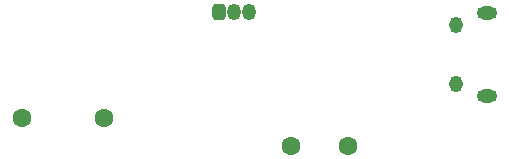
<source format=gbs>
%TF.GenerationSoftware,KiCad,Pcbnew,(6.0.1-0)*%
%TF.CreationDate,2022-02-08T21:01:33-05:00*%
%TF.ProjectId,usbAudio,75736241-7564-4696-9f2e-6b696361645f,rev?*%
%TF.SameCoordinates,Original*%
%TF.FileFunction,Soldermask,Bot*%
%TF.FilePolarity,Negative*%
%FSLAX46Y46*%
G04 Gerber Fmt 4.6, Leading zero omitted, Abs format (unit mm)*
G04 Created by KiCad (PCBNEW (6.0.1-0)) date 2022-02-08 21:01:33*
%MOMM*%
%LPD*%
G01*
G04 APERTURE LIST*
G04 Aperture macros list*
%AMRoundRect*
0 Rectangle with rounded corners*
0 $1 Rounding radius*
0 $2 $3 $4 $5 $6 $7 $8 $9 X,Y pos of 4 corners*
0 Add a 4 corners polygon primitive as box body*
4,1,4,$2,$3,$4,$5,$6,$7,$8,$9,$2,$3,0*
0 Add four circle primitives for the rounded corners*
1,1,$1+$1,$2,$3*
1,1,$1+$1,$4,$5*
1,1,$1+$1,$6,$7*
1,1,$1+$1,$8,$9*
0 Add four rect primitives between the rounded corners*
20,1,$1+$1,$2,$3,$4,$5,0*
20,1,$1+$1,$4,$5,$6,$7,0*
20,1,$1+$1,$6,$7,$8,$9,0*
20,1,$1+$1,$8,$9,$2,$3,0*%
G04 Aperture macros list end*
%ADD10C,1.601600*%
%ADD11O,1.117600X1.397000*%
%ADD12O,1.752600X1.117600*%
%ADD13RoundRect,0.300700X-0.275100X-0.400100X0.275100X-0.400100X0.275100X0.400100X-0.275100X0.400100X0*%
%ADD14O,1.151600X1.401600*%
G04 APERTURE END LIST*
D10*
%TO.C,Y1*%
X85390000Y-85370000D03*
X80510000Y-85370000D03*
%TD*%
D11*
%TO.C,J1*%
X94462600Y-75168600D03*
X94462600Y-80168600D03*
D12*
X97137601Y-74168599D03*
X97137601Y-81168600D03*
%TD*%
D10*
%TO.C,J3*%
X64719600Y-83032600D03*
X57719600Y-83032600D03*
%TD*%
D13*
%TO.C,J2*%
X74430000Y-74060000D03*
D14*
X75700000Y-74060000D03*
X76970000Y-74060000D03*
%TD*%
M02*

</source>
